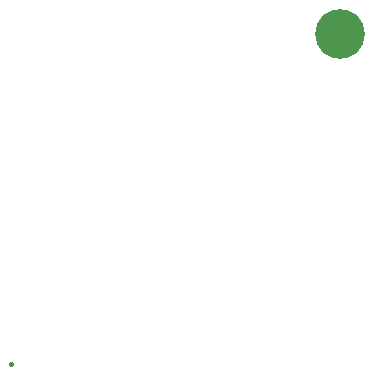
<source format=gts>
G04 #@! TF.GenerationSoftware,KiCad,Pcbnew,6.0.11+dfsg-1*
G04 #@! TF.CreationDate,2023-08-15T18:05:06+01:00*
G04 #@! TF.ProjectId,business card-andrew,62757369-6e65-4737-9320-636172642d61,rev?*
G04 #@! TF.SameCoordinates,Original*
G04 #@! TF.FileFunction,Soldermask,Top*
G04 #@! TF.FilePolarity,Negative*
%FSLAX46Y46*%
G04 Gerber Fmt 4.6, Leading zero omitted, Abs format (unit mm)*
G04 Created by KiCad (PCBNEW 6.0.11+dfsg-1) date 2023-08-15 18:05:06*
%MOMM*%
%LPD*%
G01*
G04 APERTURE LIST*
%ADD10C,0.000000*%
%ADD11C,4.200000*%
G04 APERTURE END LIST*
D10*
G36*
X103700858Y-83063228D02*
G01*
X103711103Y-83063800D01*
X103721178Y-83064752D01*
X103731084Y-83066086D01*
X103740821Y-83067800D01*
X103750388Y-83069896D01*
X103759786Y-83072372D01*
X103769015Y-83075230D01*
X103778074Y-83078468D01*
X103786964Y-83082088D01*
X103795685Y-83086088D01*
X103804236Y-83090470D01*
X103812618Y-83095232D01*
X103820831Y-83100376D01*
X103828874Y-83105900D01*
X103836748Y-83111806D01*
X103840582Y-83114751D01*
X103844294Y-83117828D01*
X103847884Y-83121037D01*
X103851353Y-83124379D01*
X103854700Y-83127853D01*
X103857925Y-83131459D01*
X103861028Y-83135198D01*
X103864010Y-83139069D01*
X103866870Y-83143072D01*
X103869608Y-83147207D01*
X103872225Y-83151475D01*
X103874720Y-83155875D01*
X103877093Y-83160407D01*
X103879345Y-83165072D01*
X103883483Y-83174798D01*
X103887134Y-83185053D01*
X103890298Y-83195837D01*
X103892976Y-83207151D01*
X103895167Y-83218994D01*
X103896871Y-83231365D01*
X103898088Y-83244266D01*
X103898818Y-83257697D01*
X103899061Y-83271656D01*
X103898818Y-83285298D01*
X103898088Y-83298453D01*
X103896871Y-83311121D01*
X103895167Y-83323303D01*
X103892976Y-83334997D01*
X103890298Y-83346205D01*
X103887134Y-83356926D01*
X103883483Y-83367160D01*
X103879345Y-83376907D01*
X103874720Y-83386168D01*
X103869608Y-83394941D01*
X103864010Y-83403228D01*
X103857925Y-83411028D01*
X103851353Y-83418341D01*
X103844294Y-83425167D01*
X103836748Y-83431507D01*
X103828874Y-83437412D01*
X103820831Y-83442937D01*
X103812618Y-83448080D01*
X103804236Y-83452843D01*
X103795685Y-83457225D01*
X103786964Y-83461225D01*
X103778074Y-83464845D01*
X103769015Y-83468083D01*
X103759786Y-83470941D01*
X103750388Y-83473417D01*
X103740821Y-83475513D01*
X103731084Y-83477227D01*
X103721178Y-83478561D01*
X103711103Y-83479513D01*
X103700858Y-83480085D01*
X103690444Y-83480275D01*
X103679713Y-83480085D01*
X103669193Y-83479513D01*
X103658885Y-83478561D01*
X103648788Y-83477227D01*
X103638904Y-83475513D01*
X103629230Y-83473417D01*
X103619769Y-83470941D01*
X103610519Y-83468083D01*
X103601481Y-83464845D01*
X103592654Y-83461225D01*
X103584039Y-83457225D01*
X103575636Y-83452843D01*
X103567444Y-83448080D01*
X103559464Y-83442937D01*
X103551696Y-83437412D01*
X103544139Y-83431507D01*
X103536922Y-83425167D01*
X103530170Y-83418341D01*
X103523883Y-83411028D01*
X103518063Y-83403228D01*
X103512707Y-83394941D01*
X103507818Y-83386168D01*
X103503394Y-83376907D01*
X103499436Y-83367160D01*
X103495944Y-83356926D01*
X103492917Y-83346205D01*
X103490356Y-83334997D01*
X103488260Y-83323303D01*
X103486630Y-83311121D01*
X103485466Y-83298453D01*
X103484768Y-83285298D01*
X103484535Y-83271656D01*
X103484768Y-83257697D01*
X103485466Y-83244266D01*
X103486630Y-83231365D01*
X103488260Y-83218994D01*
X103490356Y-83207151D01*
X103492917Y-83195837D01*
X103495944Y-83185053D01*
X103499436Y-83174798D01*
X103503394Y-83165072D01*
X103507818Y-83155875D01*
X103512707Y-83147207D01*
X103518063Y-83139069D01*
X103523883Y-83131459D01*
X103530170Y-83124379D01*
X103536922Y-83117828D01*
X103544139Y-83111806D01*
X103551696Y-83105900D01*
X103559464Y-83100376D01*
X103567444Y-83095232D01*
X103575636Y-83090470D01*
X103584039Y-83086088D01*
X103592654Y-83082088D01*
X103601481Y-83078468D01*
X103610519Y-83075230D01*
X103619769Y-83072372D01*
X103629230Y-83069896D01*
X103638904Y-83067800D01*
X103648788Y-83066086D01*
X103658885Y-83064752D01*
X103669193Y-83063800D01*
X103679713Y-83063228D01*
X103690444Y-83063038D01*
X103700858Y-83063228D01*
G37*
D11*
X131500000Y-55250000D03*
M02*

</source>
